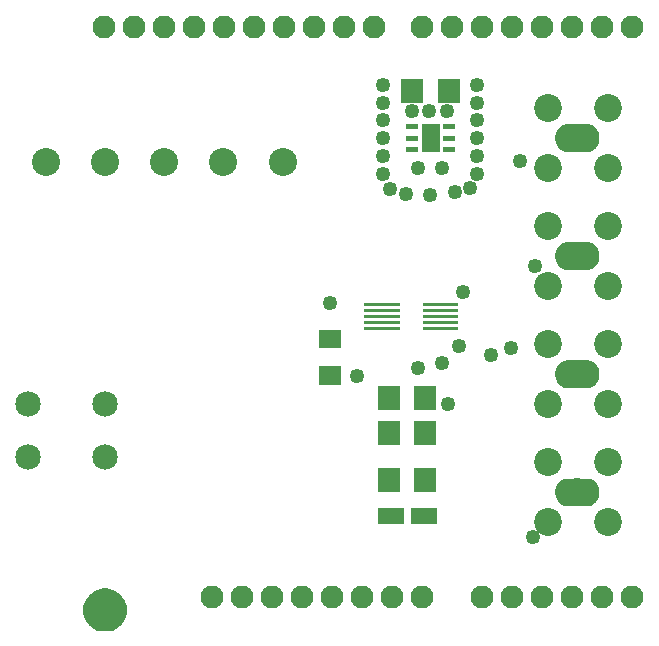
<source format=gts>
G04 MADE WITH FRITZING*
G04 WWW.FRITZING.ORG*
G04 DOUBLE SIDED*
G04 HOLES PLATED*
G04 CONTOUR ON CENTER OF CONTOUR VECTOR*
%ASAXBY*%
%FSLAX23Y23*%
%MOIN*%
%OFA0B0*%
%SFA1.0B1.0*%
%ADD10C,0.059055*%
%ADD11C,0.049370*%
%ADD12C,0.093307*%
%ADD13C,0.085000*%
%ADD14C,0.092677*%
%ADD15C,0.093071*%
%ADD16C,0.076194*%
%ADD17C,0.076222*%
%ADD18R,0.072992X0.084803*%
%ADD19R,0.088740X0.057244*%
%ADD20C,0.010000*%
%ADD21C,0.030000*%
%ADD22R,0.001000X0.001000*%
%LNMASK1*%
G90*
G70*
G54D10*
X747Y65D03*
G54D11*
X1791Y873D03*
X1791Y1542D03*
X1869Y892D03*
X1869Y1542D03*
X1987Y1640D03*
X1673Y1581D03*
X1987Y1758D03*
X1673Y1817D03*
X1987Y1817D03*
X1696Y1471D03*
X1885Y1731D03*
X1673Y1758D03*
X1673Y1699D03*
X1826Y1731D03*
X1987Y1522D03*
X1987Y1581D03*
X1673Y1522D03*
X1987Y1699D03*
X1673Y1640D03*
X1771Y1731D03*
X1830Y1451D03*
X1964Y1475D03*
X1913Y1459D03*
X1751Y1455D03*
G54D12*
X1338Y1561D03*
X1141Y1561D03*
X944Y1561D03*
X747Y1561D03*
X550Y1561D03*
G54D11*
X1925Y947D03*
X2033Y918D03*
X2100Y939D03*
X1939Y1126D03*
X2131Y1563D03*
X2178Y1215D03*
X2173Y311D03*
X1495Y1089D03*
X1586Y847D03*
X1889Y754D03*
G54D13*
X747Y577D03*
X491Y577D03*
X747Y754D03*
X491Y754D03*
G54D14*
X2222Y559D03*
G54D15*
X2321Y460D03*
X2222Y359D03*
X2222Y559D03*
X2422Y359D03*
X2422Y559D03*
G54D14*
X2222Y559D03*
G54D15*
X2321Y460D03*
X2222Y359D03*
X2222Y559D03*
X2422Y359D03*
X2422Y559D03*
G54D14*
X2222Y953D03*
G54D15*
X2321Y854D03*
X2222Y753D03*
X2222Y953D03*
X2422Y753D03*
X2422Y953D03*
G54D14*
X2222Y953D03*
G54D15*
X2321Y854D03*
X2222Y753D03*
X2222Y953D03*
X2422Y753D03*
X2422Y953D03*
G54D14*
X2222Y1740D03*
G54D15*
X2321Y1641D03*
X2222Y1540D03*
X2222Y1740D03*
X2422Y1540D03*
X2422Y1740D03*
G54D14*
X2222Y1740D03*
G54D15*
X2321Y1641D03*
X2222Y1540D03*
X2222Y1740D03*
X2422Y1540D03*
X2422Y1740D03*
G54D16*
X2102Y112D03*
X2202Y112D03*
X2302Y112D03*
X2402Y112D03*
X2502Y112D03*
G54D17*
X1642Y2012D03*
X1542Y2012D03*
X1442Y2012D03*
X1342Y2012D03*
X1242Y2012D03*
X1142Y2012D03*
X1042Y2012D03*
X942Y2012D03*
X842Y2012D03*
X742Y2012D03*
X2502Y2012D03*
X2402Y2012D03*
X2302Y2012D03*
X2202Y2012D03*
X2102Y2012D03*
X2002Y2012D03*
X1902Y2012D03*
X1802Y2012D03*
G54D16*
X1202Y112D03*
X1102Y112D03*
X1302Y112D03*
X1402Y112D03*
X1502Y112D03*
X1602Y112D03*
X1702Y112D03*
X1802Y112D03*
X2002Y112D03*
G54D14*
X2222Y1346D03*
G54D15*
X2321Y1247D03*
X2222Y1147D03*
X2222Y1347D03*
X2422Y1147D03*
X2422Y1347D03*
G54D14*
X2222Y1346D03*
G54D15*
X2321Y1247D03*
X2222Y1147D03*
X2222Y1347D03*
X2422Y1147D03*
X2422Y1347D03*
G54D18*
X1771Y1798D03*
X1893Y1798D03*
X1692Y499D03*
X1814Y499D03*
G54D19*
X1700Y380D03*
X1810Y380D03*
G54D18*
X1692Y774D03*
X1814Y774D03*
X1692Y656D03*
X1814Y656D03*
G54D20*
G36*
X1533Y939D02*
X1458Y939D01*
X1458Y1002D01*
X1533Y1002D01*
X1533Y939D01*
G37*
D02*
G36*
X1533Y817D02*
X1458Y817D01*
X1458Y880D01*
X1533Y880D01*
X1533Y817D01*
G37*
D02*
G36*
X1791Y1672D02*
X1751Y1672D01*
X1751Y1687D01*
X1791Y1687D01*
X1791Y1672D01*
G37*
D02*
G36*
X1791Y1632D02*
X1751Y1632D01*
X1751Y1648D01*
X1791Y1648D01*
X1791Y1632D01*
G37*
D02*
G36*
X1791Y1593D02*
X1751Y1593D01*
X1751Y1609D01*
X1791Y1609D01*
X1791Y1593D01*
G37*
D02*
G36*
X1913Y1594D02*
X1873Y1594D01*
X1873Y1610D01*
X1913Y1610D01*
X1913Y1594D01*
G37*
D02*
G36*
X1913Y1632D02*
X1873Y1632D01*
X1873Y1648D01*
X1913Y1648D01*
X1913Y1632D01*
G37*
D02*
G36*
X1913Y1672D02*
X1873Y1672D01*
X1873Y1687D01*
X1913Y1687D01*
X1913Y1672D01*
G37*
D02*
G36*
X1862Y1593D02*
X1802Y1593D01*
X1802Y1687D01*
X1862Y1687D01*
X1862Y1593D01*
G37*
D02*
G54D21*
G36*
X1370Y1530D02*
X1306Y1530D01*
X1306Y1593D01*
X1370Y1593D01*
X1370Y1530D01*
G37*
D02*
G54D20*
G36*
X1806Y1011D02*
X1924Y1011D01*
X1924Y1001D01*
X1806Y1001D01*
X1806Y1011D01*
G37*
D02*
G36*
X1806Y1031D02*
X1924Y1031D01*
X1924Y1021D01*
X1806Y1021D01*
X1806Y1031D01*
G37*
D02*
G36*
X1806Y1051D02*
X1924Y1051D01*
X1924Y1041D01*
X1806Y1041D01*
X1806Y1051D01*
G37*
D02*
G36*
X1806Y1070D02*
X1924Y1070D01*
X1924Y1061D01*
X1806Y1061D01*
X1806Y1070D01*
G37*
D02*
G36*
X1806Y1090D02*
X1924Y1090D01*
X1924Y1080D01*
X1806Y1080D01*
X1806Y1090D01*
G37*
D02*
G36*
X1610Y1090D02*
X1728Y1090D01*
X1728Y1080D01*
X1610Y1080D01*
X1610Y1090D01*
G37*
D02*
G36*
X1610Y1070D02*
X1728Y1070D01*
X1728Y1061D01*
X1610Y1061D01*
X1610Y1070D01*
G37*
D02*
G36*
X1610Y1051D02*
X1728Y1051D01*
X1728Y1041D01*
X1610Y1041D01*
X1610Y1051D01*
G37*
D02*
G36*
X1610Y1031D02*
X1728Y1031D01*
X1728Y1021D01*
X1610Y1021D01*
X1610Y1031D01*
G37*
D02*
G36*
X1610Y1011D02*
X1728Y1011D01*
X1728Y1001D01*
X1610Y1001D01*
X1610Y1011D01*
G37*
D02*
G54D22*
X2280Y1686D02*
X2361Y1686D01*
X2277Y1685D02*
X2365Y1685D01*
X2274Y1684D02*
X2368Y1684D01*
X2272Y1683D02*
X2370Y1683D01*
X2270Y1682D02*
X2372Y1682D01*
X2268Y1681D02*
X2373Y1681D01*
X2267Y1680D02*
X2375Y1680D01*
X2266Y1679D02*
X2376Y1679D01*
X2264Y1678D02*
X2377Y1678D01*
X2263Y1677D02*
X2378Y1677D01*
X2262Y1676D02*
X2380Y1676D01*
X2261Y1675D02*
X2380Y1675D01*
X2260Y1674D02*
X2381Y1674D01*
X2259Y1673D02*
X2382Y1673D01*
X2259Y1672D02*
X2383Y1672D01*
X2258Y1671D02*
X2384Y1671D01*
X2257Y1670D02*
X2385Y1670D01*
X2256Y1669D02*
X2385Y1669D01*
X2256Y1668D02*
X2386Y1668D01*
X2255Y1667D02*
X2387Y1667D01*
X2254Y1666D02*
X2387Y1666D01*
X2254Y1665D02*
X2388Y1665D01*
X2253Y1664D02*
X2388Y1664D01*
X2253Y1663D02*
X2389Y1663D01*
X2252Y1662D02*
X2389Y1662D01*
X2252Y1661D02*
X2390Y1661D01*
X2251Y1660D02*
X2316Y1660D01*
X2326Y1660D02*
X2390Y1660D01*
X2251Y1659D02*
X2314Y1659D01*
X2328Y1659D02*
X2391Y1659D01*
X2251Y1658D02*
X2312Y1658D01*
X2330Y1658D02*
X2391Y1658D01*
X2250Y1657D02*
X2311Y1657D01*
X2331Y1657D02*
X2391Y1657D01*
X2250Y1656D02*
X2310Y1656D01*
X2332Y1656D02*
X2392Y1656D01*
X2250Y1655D02*
X2309Y1655D01*
X2333Y1655D02*
X2392Y1655D01*
X2249Y1654D02*
X2308Y1654D01*
X2334Y1654D02*
X2392Y1654D01*
X2249Y1653D02*
X2307Y1653D01*
X2334Y1653D02*
X2393Y1653D01*
X2249Y1652D02*
X2307Y1652D01*
X2335Y1652D02*
X2393Y1652D01*
X2249Y1651D02*
X2306Y1651D01*
X2335Y1651D02*
X2393Y1651D01*
X2248Y1650D02*
X2306Y1650D01*
X2336Y1650D02*
X2393Y1650D01*
X2248Y1649D02*
X2306Y1649D01*
X2336Y1649D02*
X2393Y1649D01*
X2248Y1648D02*
X2305Y1648D01*
X2336Y1648D02*
X2394Y1648D01*
X2248Y1647D02*
X2305Y1647D01*
X2337Y1647D02*
X2394Y1647D01*
X2248Y1646D02*
X2305Y1646D01*
X2337Y1646D02*
X2394Y1646D01*
X2248Y1645D02*
X2305Y1645D01*
X2337Y1645D02*
X2394Y1645D01*
X2248Y1644D02*
X2305Y1644D01*
X2337Y1644D02*
X2394Y1644D01*
X2248Y1643D02*
X2304Y1643D01*
X2337Y1643D02*
X2394Y1643D01*
X2248Y1642D02*
X2304Y1642D01*
X2337Y1642D02*
X2394Y1642D01*
X2248Y1641D02*
X2304Y1641D01*
X2337Y1641D02*
X2394Y1641D01*
X2247Y1640D02*
X2304Y1640D01*
X2337Y1640D02*
X2394Y1640D01*
X2248Y1639D02*
X2304Y1639D01*
X2337Y1639D02*
X2394Y1639D01*
X2248Y1638D02*
X2304Y1638D01*
X2337Y1638D02*
X2394Y1638D01*
X2248Y1637D02*
X2305Y1637D01*
X2337Y1637D02*
X2394Y1637D01*
X2248Y1636D02*
X2305Y1636D01*
X2337Y1636D02*
X2394Y1636D01*
X2248Y1635D02*
X2305Y1635D01*
X2337Y1635D02*
X2394Y1635D01*
X2248Y1634D02*
X2305Y1634D01*
X2337Y1634D02*
X2394Y1634D01*
X2248Y1633D02*
X2305Y1633D01*
X2336Y1633D02*
X2394Y1633D01*
X2248Y1632D02*
X2306Y1632D01*
X2336Y1632D02*
X2393Y1632D01*
X2248Y1631D02*
X2306Y1631D01*
X2336Y1631D02*
X2393Y1631D01*
X2249Y1630D02*
X2306Y1630D01*
X2335Y1630D02*
X2393Y1630D01*
X2249Y1629D02*
X2307Y1629D01*
X2335Y1629D02*
X2393Y1629D01*
X2249Y1628D02*
X2307Y1628D01*
X2334Y1628D02*
X2393Y1628D01*
X2249Y1627D02*
X2308Y1627D01*
X2334Y1627D02*
X2392Y1627D01*
X2250Y1626D02*
X2309Y1626D01*
X2333Y1626D02*
X2392Y1626D01*
X2250Y1625D02*
X2310Y1625D01*
X2332Y1625D02*
X2392Y1625D01*
X2250Y1624D02*
X2311Y1624D01*
X2331Y1624D02*
X2391Y1624D01*
X2251Y1623D02*
X2312Y1623D01*
X2330Y1623D02*
X2391Y1623D01*
X2251Y1622D02*
X2313Y1622D01*
X2328Y1622D02*
X2391Y1622D01*
X2251Y1621D02*
X2316Y1621D01*
X2326Y1621D02*
X2390Y1621D01*
X2252Y1620D02*
X2390Y1620D01*
X2252Y1619D02*
X2389Y1619D01*
X2253Y1618D02*
X2389Y1618D01*
X2253Y1617D02*
X2388Y1617D01*
X2254Y1616D02*
X2388Y1616D01*
X2254Y1615D02*
X2387Y1615D01*
X2255Y1614D02*
X2387Y1614D01*
X2256Y1613D02*
X2386Y1613D01*
X2256Y1612D02*
X2386Y1612D01*
X2257Y1611D02*
X2385Y1611D01*
X2258Y1610D02*
X2384Y1610D01*
X2258Y1609D02*
X2383Y1609D01*
X2259Y1608D02*
X2383Y1608D01*
X2260Y1607D02*
X2382Y1607D01*
X2261Y1606D02*
X2381Y1606D01*
X2262Y1605D02*
X2380Y1605D01*
X2263Y1604D02*
X2379Y1604D01*
X2264Y1603D02*
X2378Y1603D01*
X2265Y1602D02*
X2376Y1602D01*
X2267Y1601D02*
X2375Y1601D01*
X2268Y1600D02*
X2374Y1600D01*
X2270Y1599D02*
X2372Y1599D01*
X2271Y1598D02*
X2370Y1598D01*
X2274Y1597D02*
X2368Y1597D01*
X2276Y1596D02*
X2366Y1596D01*
X2279Y1595D02*
X2362Y1595D01*
X2285Y1293D02*
X2356Y1293D01*
X2279Y1292D02*
X2363Y1292D01*
X2276Y1291D02*
X2366Y1291D01*
X2273Y1290D02*
X2368Y1290D01*
X2271Y1289D02*
X2371Y1289D01*
X2269Y1288D02*
X2372Y1288D01*
X2268Y1287D02*
X2374Y1287D01*
X2266Y1286D02*
X2375Y1286D01*
X2265Y1285D02*
X2377Y1285D01*
X2264Y1284D02*
X2378Y1284D01*
X2263Y1283D02*
X2379Y1283D01*
X2262Y1282D02*
X2380Y1282D01*
X2261Y1281D02*
X2381Y1281D01*
X2260Y1280D02*
X2382Y1280D01*
X2259Y1279D02*
X2383Y1279D01*
X2258Y1278D02*
X2383Y1278D01*
X2258Y1277D02*
X2384Y1277D01*
X2257Y1276D02*
X2385Y1276D01*
X2256Y1275D02*
X2386Y1275D01*
X2255Y1274D02*
X2386Y1274D01*
X2255Y1273D02*
X2387Y1273D01*
X2254Y1272D02*
X2388Y1272D01*
X2254Y1271D02*
X2388Y1271D01*
X2253Y1270D02*
X2389Y1270D01*
X2253Y1269D02*
X2389Y1269D01*
X2252Y1268D02*
X2390Y1268D01*
X2252Y1267D02*
X2320Y1267D01*
X2322Y1267D02*
X2390Y1267D01*
X2251Y1266D02*
X2315Y1266D01*
X2327Y1266D02*
X2390Y1266D01*
X2251Y1265D02*
X2313Y1265D01*
X2329Y1265D02*
X2391Y1265D01*
X2251Y1264D02*
X2311Y1264D01*
X2330Y1264D02*
X2391Y1264D01*
X2250Y1263D02*
X2310Y1263D01*
X2331Y1263D02*
X2392Y1263D01*
X2250Y1262D02*
X2309Y1262D01*
X2332Y1262D02*
X2392Y1262D01*
X2250Y1261D02*
X2309Y1261D01*
X2333Y1261D02*
X2392Y1261D01*
X2249Y1260D02*
X2308Y1260D01*
X2334Y1260D02*
X2392Y1260D01*
X2249Y1259D02*
X2307Y1259D01*
X2334Y1259D02*
X2393Y1259D01*
X2249Y1258D02*
X2307Y1258D01*
X2335Y1258D02*
X2393Y1258D01*
X2249Y1257D02*
X2306Y1257D01*
X2335Y1257D02*
X2393Y1257D01*
X2248Y1256D02*
X2306Y1256D01*
X2336Y1256D02*
X2393Y1256D01*
X2248Y1255D02*
X2305Y1255D01*
X2336Y1255D02*
X2394Y1255D01*
X2248Y1254D02*
X2305Y1254D01*
X2336Y1254D02*
X2394Y1254D01*
X2248Y1253D02*
X2305Y1253D01*
X2337Y1253D02*
X2394Y1253D01*
X2248Y1252D02*
X2305Y1252D01*
X2337Y1252D02*
X2394Y1252D01*
X2248Y1251D02*
X2305Y1251D01*
X2337Y1251D02*
X2394Y1251D01*
X2248Y1250D02*
X2305Y1250D01*
X2337Y1250D02*
X2394Y1250D01*
X2248Y1249D02*
X2304Y1249D01*
X2337Y1249D02*
X2394Y1249D01*
X2248Y1248D02*
X2304Y1248D01*
X2337Y1248D02*
X2394Y1248D01*
X2247Y1247D02*
X2304Y1247D01*
X2337Y1247D02*
X2394Y1247D01*
X2248Y1246D02*
X2304Y1246D01*
X2337Y1246D02*
X2394Y1246D01*
X2248Y1245D02*
X2304Y1245D01*
X2337Y1245D02*
X2394Y1245D01*
X2248Y1244D02*
X2304Y1244D01*
X2337Y1244D02*
X2394Y1244D01*
X2248Y1243D02*
X2305Y1243D01*
X2337Y1243D02*
X2394Y1243D01*
X2248Y1242D02*
X2305Y1242D01*
X2337Y1242D02*
X2394Y1242D01*
X2248Y1241D02*
X2305Y1241D01*
X2337Y1241D02*
X2394Y1241D01*
X2248Y1240D02*
X2305Y1240D01*
X2337Y1240D02*
X2394Y1240D01*
X2248Y1239D02*
X2305Y1239D01*
X2336Y1239D02*
X2394Y1239D01*
X2248Y1238D02*
X2306Y1238D01*
X2336Y1238D02*
X2393Y1238D01*
X2248Y1237D02*
X2306Y1237D01*
X2336Y1237D02*
X2393Y1237D01*
X2249Y1236D02*
X2307Y1236D01*
X2335Y1236D02*
X2393Y1236D01*
X2249Y1235D02*
X2307Y1235D01*
X2335Y1235D02*
X2393Y1235D01*
X2249Y1234D02*
X2308Y1234D01*
X2334Y1234D02*
X2393Y1234D01*
X2249Y1233D02*
X2308Y1233D01*
X2333Y1233D02*
X2392Y1233D01*
X2250Y1232D02*
X2309Y1232D01*
X2333Y1232D02*
X2392Y1232D01*
X2250Y1231D02*
X2310Y1231D01*
X2332Y1231D02*
X2392Y1231D01*
X2250Y1230D02*
X2311Y1230D01*
X2331Y1230D02*
X2391Y1230D01*
X2251Y1229D02*
X2312Y1229D01*
X2329Y1229D02*
X2391Y1229D01*
X2251Y1228D02*
X2314Y1228D01*
X2328Y1228D02*
X2391Y1228D01*
X2252Y1227D02*
X2317Y1227D01*
X2325Y1227D02*
X2390Y1227D01*
X2252Y1226D02*
X2390Y1226D01*
X2252Y1225D02*
X2389Y1225D01*
X2253Y1224D02*
X2389Y1224D01*
X2253Y1223D02*
X2388Y1223D01*
X2254Y1222D02*
X2388Y1222D01*
X2255Y1221D02*
X2387Y1221D01*
X2255Y1220D02*
X2387Y1220D01*
X2256Y1219D02*
X2386Y1219D01*
X2256Y1218D02*
X2385Y1218D01*
X2257Y1217D02*
X2385Y1217D01*
X2258Y1216D02*
X2384Y1216D01*
X2259Y1215D02*
X2383Y1215D01*
X2260Y1214D02*
X2382Y1214D01*
X2260Y1213D02*
X2381Y1213D01*
X2261Y1212D02*
X2380Y1212D01*
X2262Y1211D02*
X2379Y1211D01*
X2263Y1210D02*
X2378Y1210D01*
X2265Y1209D02*
X2377Y1209D01*
X2266Y1208D02*
X2376Y1208D01*
X2267Y1207D02*
X2374Y1207D01*
X2269Y1206D02*
X2373Y1206D01*
X2270Y1205D02*
X2371Y1205D01*
X2272Y1204D02*
X2369Y1204D01*
X2274Y1203D02*
X2367Y1203D01*
X2277Y1202D02*
X2364Y1202D01*
X2281Y1201D02*
X2360Y1201D01*
X2282Y899D02*
X2360Y899D01*
X2277Y898D02*
X2364Y898D01*
X2275Y897D02*
X2367Y897D01*
X2272Y896D02*
X2369Y896D01*
X2270Y895D02*
X2371Y895D01*
X2269Y894D02*
X2373Y894D01*
X2267Y893D02*
X2374Y893D01*
X2266Y892D02*
X2376Y892D01*
X2265Y891D02*
X2377Y891D01*
X2264Y890D02*
X2378Y890D01*
X2262Y889D02*
X2379Y889D01*
X2261Y888D02*
X2380Y888D01*
X2261Y887D02*
X2381Y887D01*
X2260Y886D02*
X2382Y886D01*
X2259Y885D02*
X2383Y885D01*
X2258Y884D02*
X2384Y884D01*
X2257Y883D02*
X2384Y883D01*
X2256Y882D02*
X2385Y882D01*
X2256Y881D02*
X2386Y881D01*
X2255Y880D02*
X2387Y880D01*
X2255Y879D02*
X2387Y879D01*
X2254Y878D02*
X2388Y878D01*
X2253Y877D02*
X2388Y877D01*
X2253Y876D02*
X2389Y876D01*
X2252Y875D02*
X2389Y875D01*
X2252Y874D02*
X2390Y874D01*
X2252Y873D02*
X2317Y873D01*
X2325Y873D02*
X2390Y873D01*
X2251Y872D02*
X2314Y872D01*
X2328Y872D02*
X2391Y872D01*
X2251Y871D02*
X2312Y871D01*
X2329Y871D02*
X2391Y871D01*
X2250Y870D02*
X2311Y870D01*
X2331Y870D02*
X2391Y870D01*
X2250Y869D02*
X2310Y869D01*
X2332Y869D02*
X2392Y869D01*
X2250Y868D02*
X2309Y868D01*
X2333Y868D02*
X2392Y868D01*
X2249Y867D02*
X2308Y867D01*
X2333Y867D02*
X2392Y867D01*
X2249Y866D02*
X2308Y866D01*
X2334Y866D02*
X2393Y866D01*
X2249Y865D02*
X2307Y865D01*
X2335Y865D02*
X2393Y865D01*
X2249Y864D02*
X2307Y864D01*
X2335Y864D02*
X2393Y864D01*
X2248Y863D02*
X2306Y863D01*
X2336Y863D02*
X2393Y863D01*
X2248Y862D02*
X2306Y862D01*
X2336Y862D02*
X2393Y862D01*
X2248Y861D02*
X2305Y861D01*
X2336Y861D02*
X2394Y861D01*
X2248Y860D02*
X2305Y860D01*
X2337Y860D02*
X2394Y860D01*
X2248Y859D02*
X2305Y859D01*
X2337Y859D02*
X2394Y859D01*
X2248Y858D02*
X2305Y858D01*
X2337Y858D02*
X2394Y858D01*
X2248Y857D02*
X2305Y857D01*
X2337Y857D02*
X2394Y857D01*
X2248Y856D02*
X2304Y856D01*
X2337Y856D02*
X2394Y856D01*
X2248Y855D02*
X2304Y855D01*
X2337Y855D02*
X2394Y855D01*
X2248Y854D02*
X2304Y854D01*
X2337Y854D02*
X2394Y854D01*
X2247Y853D02*
X2304Y853D01*
X2337Y853D02*
X2394Y853D01*
X2248Y852D02*
X2304Y852D01*
X2337Y852D02*
X2394Y852D01*
X2248Y851D02*
X2304Y851D01*
X2337Y851D02*
X2394Y851D01*
X2248Y850D02*
X2305Y850D01*
X2337Y850D02*
X2394Y850D01*
X2248Y849D02*
X2305Y849D01*
X2337Y849D02*
X2394Y849D01*
X2248Y848D02*
X2305Y848D01*
X2337Y848D02*
X2394Y848D01*
X2248Y847D02*
X2305Y847D01*
X2337Y847D02*
X2394Y847D01*
X2248Y846D02*
X2305Y846D01*
X2336Y846D02*
X2394Y846D01*
X2248Y845D02*
X2305Y845D01*
X2336Y845D02*
X2394Y845D01*
X2248Y844D02*
X2306Y844D01*
X2336Y844D02*
X2393Y844D01*
X2249Y843D02*
X2306Y843D01*
X2335Y843D02*
X2393Y843D01*
X2249Y842D02*
X2307Y842D01*
X2335Y842D02*
X2393Y842D01*
X2249Y841D02*
X2307Y841D01*
X2335Y841D02*
X2393Y841D01*
X2249Y840D02*
X2308Y840D01*
X2334Y840D02*
X2392Y840D01*
X2250Y839D02*
X2308Y839D01*
X2333Y839D02*
X2392Y839D01*
X2250Y838D02*
X2309Y838D01*
X2332Y838D02*
X2392Y838D01*
X2250Y837D02*
X2310Y837D01*
X2331Y837D02*
X2392Y837D01*
X2250Y836D02*
X2311Y836D01*
X2330Y836D02*
X2391Y836D01*
X2251Y835D02*
X2313Y835D01*
X2329Y835D02*
X2391Y835D01*
X2251Y834D02*
X2315Y834D01*
X2327Y834D02*
X2390Y834D01*
X2252Y833D02*
X2319Y833D01*
X2322Y833D02*
X2390Y833D01*
X2252Y832D02*
X2390Y832D01*
X2253Y831D02*
X2389Y831D01*
X2253Y830D02*
X2389Y830D01*
X2254Y829D02*
X2388Y829D01*
X2254Y828D02*
X2388Y828D01*
X2255Y827D02*
X2387Y827D01*
X2255Y826D02*
X2386Y826D01*
X2256Y825D02*
X2386Y825D01*
X2257Y824D02*
X2385Y824D01*
X2257Y823D02*
X2384Y823D01*
X2258Y822D02*
X2383Y822D01*
X2259Y821D02*
X2383Y821D01*
X2260Y820D02*
X2382Y820D01*
X2261Y819D02*
X2381Y819D01*
X2262Y818D02*
X2380Y818D01*
X2263Y817D02*
X2379Y817D01*
X2264Y816D02*
X2378Y816D01*
X2265Y815D02*
X2377Y815D01*
X2266Y814D02*
X2375Y814D01*
X2268Y813D02*
X2374Y813D01*
X2269Y812D02*
X2372Y812D01*
X2271Y811D02*
X2371Y811D01*
X2273Y810D02*
X2369Y810D01*
X2275Y809D02*
X2366Y809D01*
X2278Y808D02*
X2363Y808D01*
X2284Y807D02*
X2358Y807D01*
X2280Y505D02*
X2362Y505D01*
X2276Y504D02*
X2365Y504D01*
X2274Y503D02*
X2368Y503D01*
X2272Y502D02*
X2370Y502D01*
X2270Y501D02*
X2372Y501D01*
X2268Y500D02*
X2374Y500D01*
X2267Y499D02*
X2375Y499D01*
X2265Y498D02*
X2376Y498D01*
X2264Y497D02*
X2377Y497D01*
X2263Y496D02*
X2379Y496D01*
X2262Y495D02*
X2380Y495D01*
X2261Y494D02*
X2381Y494D01*
X2260Y493D02*
X2382Y493D01*
X2259Y492D02*
X2382Y492D01*
X2258Y491D02*
X2383Y491D01*
X2258Y490D02*
X2384Y490D01*
X2257Y489D02*
X2385Y489D01*
X2256Y488D02*
X2385Y488D01*
X2256Y487D02*
X2386Y487D01*
X2255Y486D02*
X2387Y486D01*
X2254Y485D02*
X2387Y485D01*
X2254Y484D02*
X2388Y484D01*
X2253Y483D02*
X2388Y483D01*
X2253Y482D02*
X2389Y482D01*
X2252Y481D02*
X2389Y481D01*
X2252Y480D02*
X2390Y480D01*
X2251Y479D02*
X2316Y479D01*
X2326Y479D02*
X2390Y479D01*
X2251Y478D02*
X2313Y478D01*
X2328Y478D02*
X2391Y478D01*
X2251Y477D02*
X2312Y477D01*
X2330Y477D02*
X2391Y477D01*
X2250Y476D02*
X2311Y476D01*
X2331Y476D02*
X2391Y476D01*
X2250Y475D02*
X2310Y475D01*
X2332Y475D02*
X2392Y475D01*
X2250Y474D02*
X2309Y474D01*
X2333Y474D02*
X2392Y474D01*
X2249Y473D02*
X2308Y473D01*
X2334Y473D02*
X2392Y473D01*
X2249Y472D02*
X2307Y472D01*
X2334Y472D02*
X2393Y472D01*
X2249Y471D02*
X2307Y471D01*
X2335Y471D02*
X2393Y471D01*
X2249Y470D02*
X2306Y470D01*
X2335Y470D02*
X2393Y470D01*
X2248Y469D02*
X2306Y469D01*
X2336Y469D02*
X2393Y469D01*
X2248Y468D02*
X2306Y468D01*
X2336Y468D02*
X2393Y468D01*
X2248Y467D02*
X2305Y467D01*
X2336Y467D02*
X2394Y467D01*
X2248Y466D02*
X2305Y466D01*
X2337Y466D02*
X2394Y466D01*
X2248Y465D02*
X2305Y465D01*
X2337Y465D02*
X2394Y465D01*
X2248Y464D02*
X2305Y464D01*
X2337Y464D02*
X2394Y464D01*
X2248Y463D02*
X2305Y463D01*
X2337Y463D02*
X2394Y463D01*
X2248Y462D02*
X2304Y462D01*
X2337Y462D02*
X2394Y462D01*
X2248Y461D02*
X2304Y461D01*
X2337Y461D02*
X2394Y461D01*
X2247Y460D02*
X2304Y460D01*
X2337Y460D02*
X2394Y460D01*
X2248Y459D02*
X2304Y459D01*
X2337Y459D02*
X2394Y459D01*
X2248Y458D02*
X2304Y458D01*
X2337Y458D02*
X2394Y458D01*
X2248Y457D02*
X2304Y457D01*
X2337Y457D02*
X2394Y457D01*
X2248Y456D02*
X2305Y456D01*
X2337Y456D02*
X2394Y456D01*
X2248Y455D02*
X2305Y455D01*
X2337Y455D02*
X2394Y455D01*
X2248Y454D02*
X2305Y454D01*
X2337Y454D02*
X2394Y454D01*
X2248Y453D02*
X2305Y453D01*
X2337Y453D02*
X2394Y453D01*
X2248Y452D02*
X2305Y452D01*
X2336Y452D02*
X2394Y452D01*
X2248Y451D02*
X2306Y451D01*
X2336Y451D02*
X2393Y451D01*
X2248Y450D02*
X2306Y450D01*
X2336Y450D02*
X2393Y450D01*
X2249Y449D02*
X2306Y449D01*
X2335Y449D02*
X2393Y449D01*
X2249Y448D02*
X2307Y448D01*
X2335Y448D02*
X2393Y448D01*
X2249Y447D02*
X2307Y447D01*
X2334Y447D02*
X2393Y447D01*
X2249Y446D02*
X2308Y446D01*
X2334Y446D02*
X2392Y446D01*
X2250Y445D02*
X2309Y445D01*
X2333Y445D02*
X2392Y445D01*
X2250Y444D02*
X2310Y444D01*
X2332Y444D02*
X2392Y444D01*
X2250Y443D02*
X2311Y443D01*
X2331Y443D02*
X2391Y443D01*
X2251Y442D02*
X2312Y442D01*
X2330Y442D02*
X2391Y442D01*
X2251Y441D02*
X2313Y441D01*
X2328Y441D02*
X2391Y441D01*
X2251Y440D02*
X2316Y440D01*
X2326Y440D02*
X2390Y440D01*
X2252Y439D02*
X2390Y439D01*
X2252Y438D02*
X2389Y438D01*
X2253Y437D02*
X2389Y437D01*
X2253Y436D02*
X2388Y436D01*
X2254Y435D02*
X2388Y435D01*
X2254Y434D02*
X2387Y434D01*
X2255Y433D02*
X2387Y433D01*
X2256Y432D02*
X2386Y432D01*
X2256Y431D02*
X2385Y431D01*
X2257Y430D02*
X2385Y430D01*
X2258Y429D02*
X2384Y429D01*
X2259Y428D02*
X2383Y428D01*
X2259Y427D02*
X2382Y427D01*
X2260Y426D02*
X2381Y426D01*
X2261Y425D02*
X2381Y425D01*
X2262Y424D02*
X2380Y424D01*
X2263Y423D02*
X2378Y423D01*
X2264Y422D02*
X2377Y422D01*
X2266Y421D02*
X2376Y421D01*
X2267Y420D02*
X2375Y420D01*
X2268Y419D02*
X2373Y419D01*
X2270Y418D02*
X2372Y418D01*
X2272Y417D02*
X2370Y417D01*
X2274Y416D02*
X2368Y416D01*
X2277Y415D02*
X2365Y415D01*
X2280Y414D02*
X2362Y414D01*
X738Y139D02*
X755Y139D01*
X733Y138D02*
X761Y138D01*
X729Y137D02*
X764Y137D01*
X726Y136D02*
X767Y136D01*
X723Y135D02*
X770Y135D01*
X721Y134D02*
X772Y134D01*
X719Y133D02*
X774Y133D01*
X717Y132D02*
X776Y132D01*
X715Y131D02*
X778Y131D01*
X713Y130D02*
X780Y130D01*
X711Y129D02*
X782Y129D01*
X710Y128D02*
X783Y128D01*
X708Y127D02*
X785Y127D01*
X707Y126D02*
X786Y126D01*
X706Y125D02*
X788Y125D01*
X704Y124D02*
X789Y124D01*
X703Y123D02*
X790Y123D01*
X702Y122D02*
X791Y122D01*
X701Y121D02*
X793Y121D01*
X699Y120D02*
X794Y120D01*
X698Y119D02*
X795Y119D01*
X697Y118D02*
X796Y118D01*
X696Y117D02*
X797Y117D01*
X695Y116D02*
X798Y116D01*
X694Y115D02*
X799Y115D01*
X693Y114D02*
X800Y114D01*
X693Y113D02*
X801Y113D01*
X692Y112D02*
X802Y112D01*
X691Y111D02*
X802Y111D01*
X690Y110D02*
X803Y110D01*
X689Y109D02*
X804Y109D01*
X688Y108D02*
X805Y108D01*
X688Y107D02*
X805Y107D01*
X687Y106D02*
X806Y106D01*
X686Y105D02*
X807Y105D01*
X686Y104D02*
X808Y104D01*
X685Y103D02*
X808Y103D01*
X684Y102D02*
X809Y102D01*
X684Y101D02*
X809Y101D01*
X683Y100D02*
X810Y100D01*
X682Y99D02*
X811Y99D01*
X682Y98D02*
X811Y98D01*
X681Y97D02*
X812Y97D01*
X681Y96D02*
X812Y96D01*
X680Y95D02*
X813Y95D01*
X680Y94D02*
X813Y94D01*
X679Y93D02*
X814Y93D01*
X679Y92D02*
X814Y92D01*
X679Y91D02*
X815Y91D01*
X678Y90D02*
X815Y90D01*
X678Y89D02*
X815Y89D01*
X677Y88D02*
X816Y88D01*
X677Y87D02*
X816Y87D01*
X677Y86D02*
X817Y86D01*
X676Y85D02*
X817Y85D01*
X676Y84D02*
X817Y84D01*
X676Y83D02*
X817Y83D01*
X675Y82D02*
X818Y82D01*
X675Y81D02*
X818Y81D01*
X675Y80D02*
X818Y80D01*
X675Y79D02*
X818Y79D01*
X675Y78D02*
X819Y78D01*
X674Y77D02*
X819Y77D01*
X674Y76D02*
X819Y76D01*
X674Y75D02*
X819Y75D01*
X674Y74D02*
X819Y74D01*
X674Y73D02*
X820Y73D01*
X674Y72D02*
X820Y72D01*
X673Y71D02*
X820Y71D01*
X673Y70D02*
X820Y70D01*
X673Y69D02*
X820Y69D01*
X673Y68D02*
X820Y68D01*
X673Y67D02*
X820Y67D01*
X673Y66D02*
X820Y66D01*
X673Y65D02*
X820Y65D01*
X673Y64D02*
X820Y64D01*
X673Y63D02*
X820Y63D01*
X673Y62D02*
X820Y62D01*
X673Y61D02*
X820Y61D01*
X674Y60D02*
X820Y60D01*
X674Y59D02*
X820Y59D01*
X674Y58D02*
X819Y58D01*
X674Y57D02*
X819Y57D01*
X674Y56D02*
X819Y56D01*
X674Y55D02*
X819Y55D01*
X674Y54D02*
X819Y54D01*
X675Y53D02*
X818Y53D01*
X675Y52D02*
X818Y52D01*
X675Y51D02*
X818Y51D01*
X675Y50D02*
X818Y50D01*
X676Y49D02*
X817Y49D01*
X676Y48D02*
X817Y48D01*
X676Y47D02*
X817Y47D01*
X677Y46D02*
X817Y46D01*
X677Y45D02*
X816Y45D01*
X677Y44D02*
X816Y44D01*
X678Y43D02*
X815Y43D01*
X678Y42D02*
X815Y42D01*
X679Y41D02*
X815Y41D01*
X679Y40D02*
X814Y40D01*
X679Y39D02*
X814Y39D01*
X680Y38D02*
X813Y38D01*
X680Y37D02*
X813Y37D01*
X681Y36D02*
X812Y36D01*
X681Y35D02*
X812Y35D01*
X682Y34D02*
X811Y34D01*
X682Y33D02*
X811Y33D01*
X683Y32D02*
X810Y32D01*
X684Y31D02*
X810Y31D01*
X684Y30D02*
X809Y30D01*
X685Y29D02*
X808Y29D01*
X686Y28D02*
X808Y28D01*
X686Y27D02*
X807Y27D01*
X687Y26D02*
X806Y26D01*
X688Y25D02*
X806Y25D01*
X688Y24D02*
X805Y24D01*
X689Y23D02*
X804Y23D01*
X690Y22D02*
X803Y22D01*
X691Y21D02*
X802Y21D01*
X691Y20D02*
X802Y20D01*
X692Y19D02*
X801Y19D01*
X693Y18D02*
X800Y18D01*
X694Y17D02*
X799Y17D01*
X695Y16D02*
X798Y16D01*
X696Y15D02*
X797Y15D01*
X697Y14D02*
X796Y14D01*
X698Y13D02*
X795Y13D01*
X699Y12D02*
X794Y12D01*
X700Y11D02*
X793Y11D01*
X702Y10D02*
X792Y10D01*
X703Y9D02*
X790Y9D01*
X704Y8D02*
X789Y8D01*
X705Y7D02*
X788Y7D01*
X707Y6D02*
X786Y6D01*
X708Y5D02*
X785Y5D01*
X710Y4D02*
X783Y4D01*
X711Y3D02*
X782Y3D01*
X713Y2D02*
X780Y2D01*
X715Y1D02*
X779Y1D01*
X717Y0D02*
X777Y0D01*
X718Y-1D02*
X775Y-1D01*
D02*
G04 End of Mask1*
M02*
</source>
